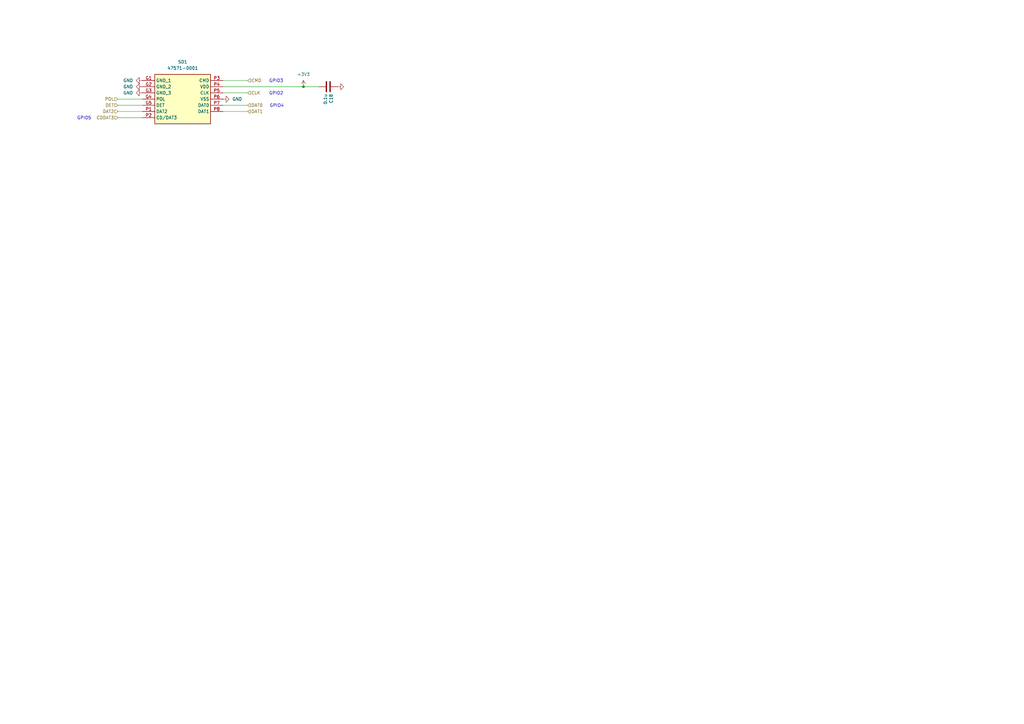
<source format=kicad_sch>
(kicad_sch (version 20231120) (generator "eeschema") (generator_version "8.0")
  (paper "A3")
  (title_block (title "CORE") (date "2024-12-16") (rev "1.0") (company "Mikhail Matveev") (comment 1 "https://github.com/xtremespb/frank2"))
  (lib_symbols
    (symbol "Device:C" (pin_numbers hide) (pin_names (offset 0.254))
      (property "Reference" "C" (at 0.635 2.54 0))
      (property "Value" "C" (at 0.635 -2.54 0))
      (symbol "C_0_1"
        (polyline (pts (xy -2.032 -0.762) (xy 2.032 -0.762)) (stroke (width 0.508)))
        (polyline (pts (xy -2.032 0.762) (xy 2.032 0.762)) (stroke (width 0.508)))
      )
      (symbol "C_1_1"
        (pin passive line (at 0 3.81 270) (length 2.794) (name "~") (number "1"))
        (pin passive line (at 0 -3.81 90) (length 2.794) (name "~") (number "2"))
      )
    )
    (symbol "GND_1" (power) (pin_numbers hide) (pin_names (offset 0) hide)
      (property "Value" "GND" (at 0 -3.81 0))
      (symbol "GND_1_0_1"
        (polyline (pts (xy 0 0) (xy 0 -1.27) (xy 1.27 -1.27) (xy 0 -2.54) (xy -1.27 -1.27) (xy 0 -1.27)))
      )
      (symbol "GND_1_1_1"
        (pin power_in line (at 0 0 270) (length 0) (name "~") (number "1"))
      )
    )
    (symbol "MicroSD:47571-0001"
      (property "Reference" "J" (at 29.21 7.62 0))
      (property "Value" "47571-0001" (at 29.21 5.08 0))
      (symbol "47571-0001_1_1"
        (rectangle (start 5.08 2.54) (end 27.94 -17.78) (stroke (width 0.254)) (fill (type background)))
        (pin passive line (at 0 0 0) (length 5.08) (name "GND_1") (number "G1"))
        (pin passive line (at 0 -2.54 0) (length 5.08) (name "GND_2") (number "G2"))
        (pin passive line (at 0 -5.08 0) (length 5.08) (name "GND_3") (number "G3"))
        (pin passive line (at 0 -7.62 0) (length 5.08) (name "POL") (number "G4"))
        (pin passive line (at 0 -10.16 0) (length 5.08) (name "DET") (number "G5"))
        (pin passive line (at 0 -12.7 0) (length 5.08) (name "DAT2") (number "P1"))
        (pin passive line (at 0 -15.24 0) (length 5.08) (name "CD/DAT3") (number "P2"))
        (pin passive line (at 33.02 0 180) (length 5.08) (name "CMD") (number "P3"))
        (pin passive line (at 33.02 -2.54 180) (length 5.08) (name "VDD") (number "P4"))
        (pin passive line (at 33.02 -5.08 180) (length 5.08) (name "CLK") (number "P5"))
        (pin passive line (at 33.02 -7.62 180) (length 5.08) (name "VSS") (number "P6"))
        (pin passive line (at 33.02 -10.16 180) (length 5.08) (name "DAT0") (number "P7"))
        (pin passive line (at 33.02 -12.7 180) (length 5.08) (name "DAT1") (number "P8"))
      )
    )
    (symbol "power:+3V3" (power) (pin_numbers hide) (pin_names (offset 0) hide)
      (property "Value" "+3V3" (at 0 3.556 0))
      (symbol "+3V3_0_1"
        (polyline (pts (xy -0.762 1.27) (xy 0 2.54)))
        (polyline (pts (xy 0 0) (xy 0 2.54)))
        (polyline (pts (xy 0 2.54) (xy 0.762 1.27)))
      )
      (symbol "+3V3_1_1"
        (pin power_in line (at 0 0 90) (length 0) (name "~") (number "1"))
      )
    )
    (symbol "power:GND" (power) (pin_names (offset 0))
      (property "Value" "GND" (at 0 -3.81 0))
      (symbol "GND_0_1"
        (polyline (pts (xy 0 0) (xy 0 -1.27) (xy 1.27 -1.27) (xy 0 -2.54) (xy -1.27 -1.27) (xy 0 -1.27)))
      )
      (symbol "GND_1_1"
        (pin power_in line (at 0 0 270) (length 0) hide (name "GND") (number "1"))
      )
    )
  )
  (junction (at 124.46 35.56))
  (wire (pts (xy 91.44 43.18) (xy 101.6 43.18)))
  (wire (pts (xy 91.44 45.72) (xy 101.6 45.72)))
  (wire (pts (xy 48.26 48.26) (xy 58.42 48.26)))
  (wire (pts (xy 48.26 45.72) (xy 58.42 45.72)))
  (wire (pts (xy 91.44 33.02) (xy 101.6 33.02)))
  (wire (pts (xy 124.46 35.56) (xy 130.81 35.56)))
  (wire (pts (xy 91.44 38.1) (xy 101.6 38.1)))
  (wire (pts (xy 48.26 40.64) (xy 58.42 40.64)))
  (wire (pts (xy 91.44 35.56) (xy 124.46 35.56)))
  (wire (pts (xy 48.26 43.18) (xy 58.42 43.18)))
  (text "GPIO2" (at 113.284 38.354 0) (effects (font (size 1.27 1.27))))
  (text "GPIO5" (at 34.544 48.514 0) (effects (font (size 1.27 1.27))))
  (text "GPIO3" (at 113.284 33.274 0) (effects (font (size 1.27 1.27))))
  (text "GPIO4" (at 113.538 43.434 0) (effects (font (size 1.27 1.27))))
  (hierarchical_label "CLK" (shape input) (at 101.6 38.1 0))
  (hierarchical_label "DAT0" (shape input) (at 101.6 43.18 0))
  (hierarchical_label "DAT1" (shape input) (at 101.6 45.72 0))
  (hierarchical_label "DET" (shape input) (at 48.26 43.18 180))
  (hierarchical_label "CDDAT3" (shape input) (at 48.26 48.26 180))
  (hierarchical_label "DAT2" (shape input) (at 48.26 45.72 180))
  (hierarchical_label "POL" (shape input) (at 48.26 40.64 180))
  (hierarchical_label "CMD" (shape input) (at 101.6 33.02 0))
  (symbol (lib_id "Device:C") (at 134.62 35.56 270) (unit 1)
    (property "Reference" "C18" (at 135.7884 38.481 0) (effects (justify left)))
    (property "Value" "0.1u" (at 133.477 38.481 0) (effects (justify left)))
    (property "Footprint" "LIBS:Medved_C_0805" (effects (hide yes)))
  )
  (symbol (lib_id "power:+3V3") (at 124.46 35.56 0) (unit 1)
    (property "Reference" "#PWR036" (effects (hide yes)))
    (property "Value" "+3V3" (at 124.46 30.48 0))
    (property "Description" "Power symbol creates a global label with name \"+3V3\"" (effects (hide yes)))
  )
  (symbol (lib_id "power:GND") (at 138.43 35.56 90) (unit 1)
    (property "Reference" "#PWR037" (effects (hide yes)))
    (property "Value" "GND" (effects (hide yes)))
  )
  (symbol (lib_name "GND_1") (lib_id "power:GND") (at 58.42 35.56 270) (unit 1)
    (property "Reference" "#PWR033" (effects (hide yes)))
    (property "Value" "GND" (at 54.61 35.5599 90) (effects (justify right)))
    (property "Description" "Power symbol creates a global label with name \"GND\" , ground" (effects (hide yes)))
  )
  (symbol (lib_id "MicroSD:47571-0001") (at 58.42 33.02 0) (unit 1)
    (property "Reference" "SD1" (at 74.93 25.4 0))
    (property "Value" "47571-0001" (at 74.93 27.94 0))
    (property "Footprint" "LIBS:microsd" (effects (hide yes)))
    (property "Datasheet" "https://componentsearchengine.com/Datasheets/2/47571-0001.pdf" (effects (hide yes)))
    (property "Description" "Memory Card Connectors ASSY FOR TFR HEADER HEADER W/DETECT PIN" (effects (hide yes)))
    (property "Height" "2.3" (effects (hide yes)))
    (property "Mouser Part Number" "538-47571-0001" (effects (hide yes)))
    (property "Mouser Price/Stock" "https://www.mouser.co.uk/ProductDetail/Molex/47571-0001?qs=qM7ngqbhX5UTJOg9nqKLJQ%3D%3D" (effects (hide yes)))
    (property "Manufacturer_Name" "Molex" (effects (hide yes)))
    (property "Manufacturer_Part_Number" "47571-0001" (effects (hide yes)))
  )
  (symbol (lib_name "GND_1") (lib_id "power:GND") (at 91.44 40.64 90) (unit 1)
    (property "Reference" "#PWR035" (effects (hide yes)))
    (property "Value" "GND" (at 95.25 40.6399 90) (effects (justify right)))
    (property "Description" "Power symbol creates a global label with name \"GND\" , ground" (effects (hide yes)))
  )
  (symbol (lib_name "GND_1") (lib_id "power:GND") (at 58.42 38.1 270) (unit 1)
    (property "Reference" "#PWR034" (effects (hide yes)))
    (property "Value" "GND" (at 54.61 38.0999 90) (effects (justify right)))
    (property "Description" "Power symbol creates a global label with name \"GND\" , ground" (effects (hide yes)))
  )
  (symbol (lib_name "GND_1") (lib_id "power:GND") (at 58.42 33.02 270) (unit 1)
    (property "Reference" "#PWR032" (effects (hide yes)))
    (property "Value" "GND" (at 54.61 33.0199 90) (effects (justify right)))
    (property "Description" "Power symbol creates a global label with name \"GND\" , ground" (effects (hide yes)))
  )
)
</source>
